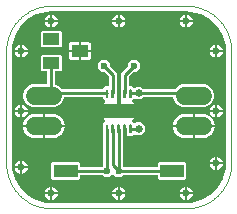
<source format=gtl>
G04 EAGLE Gerber X2 export*
%TF.Part,Single*%
%TF.FileFunction,Other,Top Layer*%
%TF.FilePolarity,Positive*%
%TF.GenerationSoftware,Autodesk,EAGLE,9.0.0*%
%TF.CreationDate,2018-05-03T06:21:48Z*%
G75*
%MOMM*%
%FSLAX35Y35*%
%LPD*%
%AMOC8*
5,1,8,0,0,1.08239X$1,22.5*%
G01*
%ADD10C,0.100000*%
%ADD11C,0.210000*%
%ADD12R,2.000000X1.200000*%
%ADD13C,0.609600*%
%ADD14C,1.524000*%
%ADD15R,2.006600X1.092200*%
%ADD16R,1.400000X1.000000*%
%ADD17C,0.279400*%
%ADD18C,0.600000*%
%ADD19C,0.650000*%
%ADD20C,1.193800*%
%ADD21C,0.304800*%

G36*
X2095645Y617170D02*
X2095645Y617170D01*
X2095827Y617151D01*
X2138947Y619977D01*
X2139334Y620083D01*
X2139914Y620137D01*
X2223217Y642458D01*
X2223628Y642663D01*
X2224423Y642957D01*
X2299110Y686078D01*
X2299454Y686382D01*
X2300145Y686873D01*
X2361127Y747854D01*
X2361380Y748235D01*
X2361922Y748890D01*
X2405043Y823577D01*
X2405188Y824011D01*
X2405542Y824783D01*
X2427863Y908085D01*
X2427888Y908485D01*
X2428023Y909053D01*
X2430849Y952173D01*
X2430829Y952320D01*
X2430859Y952500D01*
X2430859Y1905000D01*
X2430830Y1905145D01*
X2430849Y1905327D01*
X2428023Y1948447D01*
X2427917Y1948834D01*
X2427863Y1949414D01*
X2405542Y2032717D01*
X2405337Y2033128D01*
X2405043Y2033923D01*
X2361922Y2108610D01*
X2361618Y2108954D01*
X2361127Y2109645D01*
X2300145Y2170627D01*
X2300120Y2170644D01*
X2300118Y2170647D01*
X2300094Y2170661D01*
X2299764Y2170880D01*
X2299110Y2171422D01*
X2224423Y2214543D01*
X2223989Y2214688D01*
X2223217Y2215042D01*
X2139914Y2237363D01*
X2139514Y2237388D01*
X2138947Y2237523D01*
X2095827Y2240349D01*
X2095680Y2240329D01*
X2095500Y2240359D01*
X952500Y2240359D01*
X952355Y2240330D01*
X952173Y2240349D01*
X909053Y2237523D01*
X908666Y2237417D01*
X908085Y2237363D01*
X824783Y2215042D01*
X824372Y2214837D01*
X823577Y2214543D01*
X748890Y2171422D01*
X748546Y2171118D01*
X747854Y2170627D01*
X686873Y2109645D01*
X686620Y2109264D01*
X686078Y2108610D01*
X642957Y2033923D01*
X642812Y2033489D01*
X642458Y2032717D01*
X620137Y1949415D01*
X620112Y1949015D01*
X619977Y1948448D01*
X617151Y1905327D01*
X617171Y1905180D01*
X617140Y1905000D01*
X617140Y952500D01*
X617170Y952355D01*
X617151Y952173D01*
X619977Y909053D01*
X620083Y908666D01*
X620137Y908085D01*
X642458Y824783D01*
X642663Y824372D01*
X642957Y823577D01*
X686078Y748890D01*
X686382Y748546D01*
X686873Y747854D01*
X747854Y686873D01*
X748235Y686620D01*
X748890Y686078D01*
X823577Y642957D01*
X823945Y642834D01*
X824275Y642623D01*
X824508Y642583D01*
X824783Y642458D01*
X908085Y620137D01*
X908485Y620112D01*
X909052Y619977D01*
X952173Y617151D01*
X952320Y617171D01*
X952500Y617140D01*
X2095500Y617140D01*
X2095645Y617170D01*
G37*
%LPC*%
G36*
X965805Y814389D02*
X965805Y814389D01*
X954089Y826105D01*
X954089Y951895D01*
X965805Y963610D01*
X1183035Y963610D01*
X1194750Y951895D01*
X1194750Y927970D01*
X1194767Y927890D01*
X1194753Y927810D01*
X1194964Y926916D01*
X1195146Y926020D01*
X1195192Y925953D01*
X1195211Y925873D01*
X1195754Y925133D01*
X1196272Y924378D01*
X1196340Y924335D01*
X1196388Y924269D01*
X1197177Y923799D01*
X1197948Y923306D01*
X1198028Y923293D01*
X1198098Y923251D01*
X1199750Y922970D01*
X1385030Y922970D01*
X1385110Y922987D01*
X1385190Y922973D01*
X1386084Y923184D01*
X1386980Y923366D01*
X1387047Y923412D01*
X1387127Y923431D01*
X1387867Y923974D01*
X1388622Y924492D01*
X1388665Y924560D01*
X1388731Y924608D01*
X1389201Y925397D01*
X1389694Y926168D01*
X1389707Y926248D01*
X1389749Y926318D01*
X1390030Y927970D01*
X1390030Y1202766D01*
X1390003Y1202898D01*
X1390023Y1203032D01*
X1390000Y1203120D01*
X1390000Y1289134D01*
X1408214Y1307348D01*
X1408451Y1307397D01*
X1409024Y1307789D01*
X1409640Y1308108D01*
X1409837Y1308347D01*
X1410093Y1308522D01*
X1410467Y1309107D01*
X1410909Y1309641D01*
X1410998Y1309937D01*
X1411165Y1310198D01*
X1411281Y1310883D01*
X1411480Y1311547D01*
X1411446Y1311854D01*
X1411498Y1312160D01*
X1411338Y1312835D01*
X1411263Y1313525D01*
X1411111Y1313795D01*
X1411040Y1314096D01*
X1410629Y1314657D01*
X1410290Y1315261D01*
X1410022Y1315483D01*
X1409863Y1315701D01*
X1409497Y1315919D01*
X1409000Y1316330D01*
X1408403Y1316675D01*
X1403675Y1321403D01*
X1400330Y1327196D01*
X1398599Y1333656D01*
X1398599Y1387001D01*
X1518999Y1387001D01*
X1519078Y1387017D01*
X1519159Y1387003D01*
X1520052Y1387215D01*
X1520949Y1387397D01*
X1521016Y1387443D01*
X1521095Y1387462D01*
X1521835Y1388004D01*
X1522590Y1388522D01*
X1522634Y1388591D01*
X1522699Y1388639D01*
X1523169Y1389428D01*
X1523662Y1390198D01*
X1523676Y1390278D01*
X1523718Y1390348D01*
X1523998Y1392000D01*
X1523998Y1397002D01*
X1524002Y1397002D01*
X1524002Y1392000D01*
X1524014Y1391940D01*
X1524004Y1391883D01*
X1524008Y1391865D01*
X1524004Y1391840D01*
X1524216Y1390947D01*
X1524398Y1390050D01*
X1524443Y1389983D01*
X1524462Y1389904D01*
X1525005Y1389164D01*
X1525523Y1388409D01*
X1525591Y1388365D01*
X1525639Y1388300D01*
X1526428Y1387830D01*
X1527199Y1387337D01*
X1527279Y1387323D01*
X1527349Y1387282D01*
X1529001Y1387001D01*
X1649400Y1387001D01*
X1649400Y1333656D01*
X1647670Y1327196D01*
X1644325Y1321403D01*
X1639597Y1316675D01*
X1639000Y1316330D01*
X1638480Y1315871D01*
X1637907Y1315478D01*
X1637741Y1315218D01*
X1637508Y1315013D01*
X1637209Y1314387D01*
X1636835Y1313802D01*
X1636783Y1313496D01*
X1636650Y1313218D01*
X1636618Y1312525D01*
X1636502Y1311840D01*
X1636573Y1311538D01*
X1636559Y1311230D01*
X1636800Y1310580D01*
X1636960Y1309904D01*
X1637143Y1309653D01*
X1637251Y1309364D01*
X1637725Y1308861D01*
X1638137Y1308299D01*
X1638404Y1308141D01*
X1638615Y1307916D01*
X1639249Y1307637D01*
X1639847Y1307281D01*
X1639854Y1307280D01*
X1655158Y1291975D01*
X1655226Y1291931D01*
X1655273Y1291864D01*
X1656051Y1291384D01*
X1656817Y1290876D01*
X1656898Y1290861D01*
X1656967Y1290819D01*
X1657872Y1290680D01*
X1658773Y1290512D01*
X1658853Y1290529D01*
X1658933Y1290517D01*
X1659822Y1290742D01*
X1660717Y1290939D01*
X1660783Y1290986D01*
X1660862Y1291006D01*
X1662228Y1291975D01*
X1669753Y1299501D01*
X1713247Y1299501D01*
X1744001Y1268747D01*
X1744001Y1225253D01*
X1713247Y1194500D01*
X1669753Y1194500D01*
X1662228Y1202025D01*
X1662161Y1202070D01*
X1662114Y1202136D01*
X1661336Y1202617D01*
X1660570Y1203124D01*
X1660489Y1203139D01*
X1660420Y1203182D01*
X1659515Y1203321D01*
X1658613Y1203489D01*
X1658534Y1203471D01*
X1658454Y1203484D01*
X1657561Y1203258D01*
X1656670Y1203062D01*
X1656604Y1203015D01*
X1656525Y1202995D01*
X1655158Y1202025D01*
X1640133Y1187000D01*
X1607866Y1187000D01*
X1606353Y1188513D01*
X1606284Y1188558D01*
X1606236Y1188627D01*
X1605457Y1189106D01*
X1604695Y1189611D01*
X1604613Y1189627D01*
X1604542Y1189670D01*
X1603638Y1189808D01*
X1602738Y1189976D01*
X1602657Y1189958D01*
X1602575Y1189971D01*
X1601688Y1189745D01*
X1600795Y1189549D01*
X1600727Y1189501D01*
X1600646Y1189480D01*
X1600113Y1189102D01*
X1591357Y1184046D01*
X1582226Y1181600D01*
X1580999Y1181600D01*
X1580999Y1244998D01*
X1580983Y1245078D01*
X1580997Y1245158D01*
X1580785Y1246052D01*
X1580603Y1246948D01*
X1580558Y1247015D01*
X1580539Y1247094D01*
X1579996Y1247834D01*
X1579478Y1248589D01*
X1579410Y1248633D01*
X1579362Y1248699D01*
X1578573Y1249168D01*
X1577802Y1249662D01*
X1577722Y1249675D01*
X1577652Y1249717D01*
X1576000Y1249998D01*
X1571999Y1249998D01*
X1571920Y1249981D01*
X1571839Y1249995D01*
X1570946Y1249783D01*
X1570049Y1249602D01*
X1569983Y1249556D01*
X1569903Y1249537D01*
X1569163Y1248994D01*
X1568408Y1248476D01*
X1568364Y1248408D01*
X1568299Y1248360D01*
X1567829Y1247571D01*
X1567336Y1246800D01*
X1567323Y1246720D01*
X1567281Y1246650D01*
X1567000Y1244998D01*
X1567000Y1181600D01*
X1565774Y1181600D01*
X1564264Y1182004D01*
X1563532Y1182049D01*
X1562810Y1182172D01*
X1562547Y1182110D01*
X1562278Y1182127D01*
X1561587Y1181883D01*
X1560873Y1181714D01*
X1560656Y1181555D01*
X1560401Y1181465D01*
X1559860Y1180970D01*
X1559269Y1180537D01*
X1559131Y1180305D01*
X1558932Y1180123D01*
X1558627Y1179458D01*
X1558251Y1178827D01*
X1558200Y1178529D01*
X1558102Y1178314D01*
X1558089Y1177873D01*
X1557970Y1177175D01*
X1557970Y927970D01*
X1557987Y927890D01*
X1557973Y927810D01*
X1558184Y926916D01*
X1558366Y926020D01*
X1558412Y925953D01*
X1558431Y925873D01*
X1558974Y925133D01*
X1559492Y924378D01*
X1559560Y924335D01*
X1559608Y924269D01*
X1560397Y923799D01*
X1561168Y923306D01*
X1561248Y923293D01*
X1561318Y923251D01*
X1562970Y922970D01*
X1848250Y922970D01*
X1848330Y922987D01*
X1848410Y922973D01*
X1849303Y923184D01*
X1850200Y923366D01*
X1850267Y923412D01*
X1850346Y923431D01*
X1851086Y923974D01*
X1851841Y924492D01*
X1851885Y924560D01*
X1851951Y924608D01*
X1852420Y925397D01*
X1852913Y926168D01*
X1852927Y926248D01*
X1852969Y926318D01*
X1853249Y927970D01*
X1853249Y951895D01*
X1864965Y963610D01*
X2082195Y963610D01*
X2093910Y951895D01*
X2093910Y826105D01*
X2082195Y814389D01*
X1864965Y814389D01*
X1853249Y826105D01*
X1853249Y850030D01*
X1853233Y850110D01*
X1853247Y850190D01*
X1853035Y851083D01*
X1852853Y851980D01*
X1852808Y852047D01*
X1852789Y852126D01*
X1852246Y852866D01*
X1851728Y853621D01*
X1851660Y853665D01*
X1851612Y853731D01*
X1850823Y854200D01*
X1850052Y854693D01*
X1849972Y854707D01*
X1849902Y854749D01*
X1848250Y855029D01*
X1562812Y855029D01*
X1562693Y855005D01*
X1562572Y855024D01*
X1561720Y854808D01*
X1560862Y854633D01*
X1560761Y854565D01*
X1560643Y854535D01*
X1559277Y853565D01*
X1544711Y838999D01*
X1503289Y838999D01*
X1477535Y864753D01*
X1477468Y864798D01*
X1477420Y864865D01*
X1476642Y865345D01*
X1475876Y865853D01*
X1475796Y865868D01*
X1475727Y865910D01*
X1474822Y866049D01*
X1473920Y866217D01*
X1473841Y866200D01*
X1473760Y866212D01*
X1472868Y865986D01*
X1471977Y865790D01*
X1471911Y865743D01*
X1471832Y865723D01*
X1470465Y864753D01*
X1444711Y838999D01*
X1403289Y838999D01*
X1388723Y853565D01*
X1388623Y853632D01*
X1388550Y853731D01*
X1387794Y854181D01*
X1387065Y854664D01*
X1386945Y854686D01*
X1386840Y854749D01*
X1385188Y855029D01*
X1199750Y855029D01*
X1199670Y855013D01*
X1199590Y855027D01*
X1198696Y854815D01*
X1197800Y854633D01*
X1197733Y854588D01*
X1197653Y854569D01*
X1196913Y854026D01*
X1196158Y853508D01*
X1196115Y853440D01*
X1196049Y853392D01*
X1195579Y852603D01*
X1195086Y851832D01*
X1195073Y851752D01*
X1195031Y851682D01*
X1194750Y850030D01*
X1194750Y826105D01*
X1183035Y814389D01*
X965805Y814389D01*
G37*
%LPD*%
%LPC*%
G36*
X1398599Y1406998D02*
X1398599Y1406998D01*
X1398599Y1460344D01*
X1400330Y1466804D01*
X1403675Y1472597D01*
X1408403Y1477325D01*
X1409000Y1477670D01*
X1409520Y1478129D01*
X1410093Y1478522D01*
X1410259Y1478782D01*
X1410491Y1478987D01*
X1410791Y1479613D01*
X1411165Y1480198D01*
X1411217Y1480503D01*
X1411350Y1480782D01*
X1411382Y1481474D01*
X1411498Y1482160D01*
X1411427Y1482461D01*
X1411441Y1482770D01*
X1411200Y1483420D01*
X1411040Y1484096D01*
X1410857Y1484346D01*
X1410749Y1484636D01*
X1410275Y1485139D01*
X1409863Y1485700D01*
X1409596Y1485859D01*
X1409384Y1486084D01*
X1408751Y1486363D01*
X1408153Y1486718D01*
X1408146Y1486720D01*
X1390000Y1504866D01*
X1390000Y1508030D01*
X1389983Y1508109D01*
X1389997Y1508190D01*
X1389786Y1509083D01*
X1389604Y1509980D01*
X1389558Y1510047D01*
X1389539Y1510126D01*
X1388996Y1510866D01*
X1388478Y1511621D01*
X1388410Y1511665D01*
X1388362Y1511730D01*
X1387573Y1512200D01*
X1386802Y1512693D01*
X1386722Y1512707D01*
X1386652Y1512748D01*
X1385000Y1513029D01*
X1066400Y1513029D01*
X1066320Y1513013D01*
X1066240Y1513027D01*
X1065346Y1512815D01*
X1064450Y1512633D01*
X1064383Y1512587D01*
X1064303Y1512568D01*
X1063563Y1512026D01*
X1062808Y1511508D01*
X1062765Y1511439D01*
X1062699Y1511391D01*
X1062229Y1510602D01*
X1061736Y1509832D01*
X1061723Y1509752D01*
X1061681Y1509682D01*
X1061400Y1508030D01*
X1061400Y1504864D01*
X1046755Y1469507D01*
X1019693Y1442445D01*
X984336Y1427799D01*
X793664Y1427799D01*
X758307Y1442445D01*
X731245Y1469507D01*
X716599Y1504864D01*
X716599Y1543136D01*
X731245Y1578493D01*
X758307Y1605555D01*
X793664Y1620200D01*
X914330Y1620200D01*
X914410Y1620217D01*
X914490Y1620203D01*
X915383Y1620414D01*
X916280Y1620596D01*
X916347Y1620642D01*
X916426Y1620661D01*
X917166Y1621204D01*
X917921Y1621722D01*
X917965Y1621790D01*
X918031Y1621838D01*
X918500Y1622627D01*
X918993Y1623398D01*
X919007Y1623478D01*
X919049Y1623548D01*
X919329Y1625200D01*
X919329Y1728400D01*
X919313Y1728480D01*
X919327Y1728560D01*
X919115Y1729453D01*
X918933Y1730350D01*
X918888Y1730417D01*
X918869Y1730496D01*
X918326Y1731236D01*
X917808Y1731991D01*
X917740Y1732035D01*
X917692Y1732101D01*
X916903Y1732570D01*
X916132Y1733063D01*
X916052Y1733077D01*
X915982Y1733119D01*
X914330Y1733399D01*
X875015Y1733399D01*
X863299Y1745115D01*
X863299Y1861685D01*
X875015Y1873400D01*
X1031585Y1873400D01*
X1043300Y1861685D01*
X1043300Y1745115D01*
X1031585Y1733399D01*
X992270Y1733399D01*
X992190Y1733383D01*
X992110Y1733397D01*
X991216Y1733185D01*
X990320Y1733003D01*
X990253Y1732958D01*
X990173Y1732939D01*
X989433Y1732396D01*
X988678Y1731878D01*
X988635Y1731810D01*
X988569Y1731762D01*
X988099Y1730973D01*
X987606Y1730202D01*
X987593Y1730122D01*
X987551Y1730052D01*
X987270Y1728400D01*
X987270Y1622325D01*
X987291Y1622225D01*
X987274Y1622125D01*
X987488Y1621255D01*
X987666Y1620375D01*
X987724Y1620291D01*
X987748Y1620193D01*
X988284Y1619473D01*
X988792Y1618734D01*
X988877Y1618679D01*
X988938Y1618598D01*
X990357Y1617706D01*
X1019693Y1605555D01*
X1042813Y1582434D01*
X1042914Y1582368D01*
X1042987Y1582269D01*
X1043743Y1581819D01*
X1044472Y1581335D01*
X1044592Y1581313D01*
X1044697Y1581251D01*
X1046348Y1580970D01*
X1385000Y1580970D01*
X1385080Y1580986D01*
X1385160Y1580973D01*
X1386054Y1581184D01*
X1386950Y1581366D01*
X1387017Y1581412D01*
X1387097Y1581431D01*
X1387837Y1581973D01*
X1388592Y1582491D01*
X1388635Y1582560D01*
X1388701Y1582608D01*
X1389171Y1583397D01*
X1389664Y1584168D01*
X1389677Y1584248D01*
X1389719Y1584318D01*
X1390000Y1585969D01*
X1390000Y1589133D01*
X1407866Y1607000D01*
X1435030Y1607000D01*
X1435110Y1607016D01*
X1435190Y1607003D01*
X1436083Y1607214D01*
X1436980Y1607396D01*
X1437047Y1607442D01*
X1437126Y1607461D01*
X1437866Y1608003D01*
X1438621Y1608521D01*
X1438665Y1608590D01*
X1438731Y1608638D01*
X1439200Y1609427D01*
X1439693Y1610198D01*
X1439707Y1610278D01*
X1439749Y1610348D01*
X1440029Y1611999D01*
X1440029Y1684858D01*
X1440005Y1684977D01*
X1440024Y1685098D01*
X1439808Y1685949D01*
X1439633Y1686808D01*
X1439565Y1686908D01*
X1439535Y1687026D01*
X1438565Y1688393D01*
X1400423Y1726535D01*
X1400322Y1726602D01*
X1400249Y1726701D01*
X1399493Y1727151D01*
X1398764Y1727634D01*
X1398644Y1727656D01*
X1398540Y1727719D01*
X1396888Y1727999D01*
X1376289Y1727999D01*
X1346999Y1757289D01*
X1346999Y1798711D01*
X1376289Y1828000D01*
X1417711Y1828000D01*
X1447000Y1798711D01*
X1447000Y1778112D01*
X1447024Y1777993D01*
X1447006Y1777872D01*
X1447222Y1777020D01*
X1447396Y1776162D01*
X1447465Y1776062D01*
X1447495Y1775943D01*
X1448465Y1774577D01*
X1507970Y1715071D01*
X1507970Y1616824D01*
X1508116Y1616106D01*
X1508185Y1615376D01*
X1508313Y1615139D01*
X1508366Y1614874D01*
X1508781Y1614269D01*
X1509128Y1613625D01*
X1509339Y1613456D01*
X1509492Y1613233D01*
X1510110Y1612838D01*
X1510681Y1612380D01*
X1510940Y1612307D01*
X1511168Y1612161D01*
X1511892Y1612038D01*
X1512596Y1611839D01*
X1512896Y1611867D01*
X1513130Y1611828D01*
X1513560Y1611929D01*
X1514264Y1611995D01*
X1515774Y1612400D01*
X1517000Y1612400D01*
X1517000Y1549002D01*
X1517016Y1548922D01*
X1517003Y1548842D01*
X1517214Y1547948D01*
X1517396Y1547052D01*
X1517442Y1546985D01*
X1517445Y1546970D01*
X1517336Y1546799D01*
X1517323Y1546719D01*
X1517281Y1546649D01*
X1517000Y1544998D01*
X1517000Y1481169D01*
X1516983Y1481157D01*
X1516904Y1481138D01*
X1516164Y1480596D01*
X1515409Y1480078D01*
X1515365Y1480009D01*
X1515300Y1479961D01*
X1514830Y1479172D01*
X1514337Y1478402D01*
X1514323Y1478322D01*
X1514282Y1478252D01*
X1514001Y1476600D01*
X1514001Y1406998D01*
X1398599Y1406998D01*
G37*
%LPD*%
%LPC*%
G36*
X1533998Y1406998D02*
X1533998Y1406998D01*
X1533998Y1476600D01*
X1533982Y1476679D01*
X1533996Y1476760D01*
X1533784Y1477653D01*
X1533603Y1478550D01*
X1533557Y1478617D01*
X1533538Y1478696D01*
X1532995Y1479436D01*
X1532477Y1480191D01*
X1532409Y1480235D01*
X1532361Y1480300D01*
X1531572Y1480770D01*
X1530999Y1481136D01*
X1530999Y1544998D01*
X1530983Y1545077D01*
X1530997Y1545158D01*
X1530787Y1546043D01*
X1530603Y1546948D01*
X1530558Y1547014D01*
X1530554Y1547029D01*
X1530663Y1547200D01*
X1530677Y1547280D01*
X1530719Y1547350D01*
X1530999Y1549002D01*
X1530999Y1612400D01*
X1532226Y1612400D01*
X1533736Y1611995D01*
X1534468Y1611950D01*
X1535190Y1611828D01*
X1535453Y1611890D01*
X1535722Y1611873D01*
X1536413Y1612117D01*
X1537126Y1612286D01*
X1537344Y1612445D01*
X1537598Y1612535D01*
X1538140Y1613029D01*
X1538731Y1613463D01*
X1538869Y1613695D01*
X1539068Y1613877D01*
X1539373Y1614541D01*
X1539749Y1615173D01*
X1539799Y1615471D01*
X1539898Y1615685D01*
X1539911Y1616127D01*
X1540029Y1616824D01*
X1540029Y1715071D01*
X1599535Y1774577D01*
X1599602Y1774678D01*
X1599701Y1774750D01*
X1600151Y1775506D01*
X1600634Y1776236D01*
X1600656Y1776355D01*
X1600719Y1776460D01*
X1600999Y1778112D01*
X1600999Y1798711D01*
X1630289Y1828000D01*
X1671711Y1828000D01*
X1701000Y1798711D01*
X1701000Y1757289D01*
X1671711Y1727999D01*
X1651112Y1727999D01*
X1650993Y1727975D01*
X1650872Y1727994D01*
X1650020Y1727778D01*
X1649162Y1727603D01*
X1649062Y1727535D01*
X1648943Y1727505D01*
X1647577Y1726535D01*
X1609435Y1688393D01*
X1609368Y1688292D01*
X1609269Y1688219D01*
X1608819Y1687463D01*
X1608336Y1686734D01*
X1608313Y1686614D01*
X1608251Y1686510D01*
X1607970Y1684858D01*
X1607970Y1611999D01*
X1607985Y1611927D01*
X1607973Y1611856D01*
X1607974Y1611849D01*
X1607973Y1611839D01*
X1608184Y1610946D01*
X1608366Y1610049D01*
X1608412Y1609983D01*
X1608431Y1609903D01*
X1608974Y1609163D01*
X1609492Y1608408D01*
X1609560Y1608364D01*
X1609608Y1608299D01*
X1610397Y1607829D01*
X1611168Y1607336D01*
X1611248Y1607323D01*
X1611318Y1607281D01*
X1612970Y1607000D01*
X1640133Y1607000D01*
X1656658Y1590475D01*
X1656726Y1590430D01*
X1656773Y1590364D01*
X1657553Y1589882D01*
X1658317Y1589376D01*
X1658397Y1589361D01*
X1658466Y1589318D01*
X1659372Y1589179D01*
X1660273Y1589011D01*
X1660352Y1589029D01*
X1660433Y1589016D01*
X1661325Y1589243D01*
X1662217Y1589438D01*
X1662283Y1589485D01*
X1662362Y1589505D01*
X1663728Y1590475D01*
X1672753Y1599500D01*
X1716247Y1599500D01*
X1733312Y1582434D01*
X1733413Y1582368D01*
X1733486Y1582269D01*
X1734242Y1581819D01*
X1734971Y1581335D01*
X1735091Y1581313D01*
X1735195Y1581251D01*
X1736847Y1580970D01*
X2001651Y1580970D01*
X2001770Y1580994D01*
X2001891Y1580976D01*
X2002743Y1581192D01*
X2003601Y1581366D01*
X2003702Y1581435D01*
X2003820Y1581465D01*
X2005186Y1582434D01*
X2028307Y1605555D01*
X2063664Y1620200D01*
X2254336Y1620200D01*
X2289693Y1605555D01*
X2316755Y1578493D01*
X2331400Y1543136D01*
X2331400Y1504864D01*
X2316755Y1469507D01*
X2289693Y1442445D01*
X2254336Y1427799D01*
X2063664Y1427799D01*
X2028307Y1442445D01*
X2001245Y1469507D01*
X1986599Y1504864D01*
X1986599Y1508030D01*
X1986583Y1508109D01*
X1986597Y1508190D01*
X1986385Y1509083D01*
X1986203Y1509980D01*
X1986158Y1510047D01*
X1986139Y1510126D01*
X1985596Y1510866D01*
X1985078Y1511621D01*
X1985010Y1511665D01*
X1984962Y1511730D01*
X1984173Y1512200D01*
X1983402Y1512693D01*
X1983322Y1512707D01*
X1983252Y1512748D01*
X1981600Y1513029D01*
X1736847Y1513029D01*
X1736728Y1513005D01*
X1736608Y1513023D01*
X1735756Y1512808D01*
X1734897Y1512633D01*
X1734797Y1512564D01*
X1734679Y1512534D01*
X1733312Y1511565D01*
X1716247Y1494499D01*
X1672753Y1494499D01*
X1663728Y1503524D01*
X1663661Y1503569D01*
X1663613Y1503635D01*
X1662835Y1504116D01*
X1662069Y1504623D01*
X1661989Y1504638D01*
X1661920Y1504681D01*
X1661015Y1504820D01*
X1660113Y1504988D01*
X1660034Y1504970D01*
X1659953Y1504983D01*
X1659061Y1504757D01*
X1658170Y1504561D01*
X1658104Y1504514D01*
X1658024Y1504494D01*
X1656658Y1503524D01*
X1639786Y1486651D01*
X1639548Y1486603D01*
X1638976Y1486211D01*
X1638360Y1485891D01*
X1638163Y1485653D01*
X1637907Y1485478D01*
X1637533Y1484893D01*
X1637091Y1484359D01*
X1637002Y1484063D01*
X1636835Y1483802D01*
X1636718Y1483117D01*
X1636520Y1482453D01*
X1636553Y1482145D01*
X1636502Y1481840D01*
X1636661Y1481164D01*
X1636737Y1480475D01*
X1636888Y1480205D01*
X1636960Y1479903D01*
X1637371Y1479343D01*
X1637709Y1478738D01*
X1637978Y1478517D01*
X1638137Y1478299D01*
X1638503Y1478081D01*
X1639000Y1477670D01*
X1639597Y1477325D01*
X1644325Y1472597D01*
X1647670Y1466804D01*
X1649400Y1460344D01*
X1649400Y1406998D01*
X1533998Y1406998D01*
G37*
%LPD*%
%LPC*%
G36*
X875015Y1936599D02*
X875015Y1936599D01*
X863299Y1948315D01*
X863299Y2064885D01*
X875015Y2076600D01*
X1031585Y2076600D01*
X1043300Y2064885D01*
X1043300Y1948315D01*
X1031585Y1936599D01*
X875015Y1936599D01*
G37*
%LPD*%
%LPC*%
G36*
X2168999Y1279999D02*
X2168999Y1279999D01*
X2168999Y1371600D01*
X2243196Y1371600D01*
X2258991Y1369099D01*
X2274202Y1364156D01*
X2288450Y1356897D01*
X2301389Y1347496D01*
X2312696Y1336189D01*
X2322097Y1323250D01*
X2329356Y1309002D01*
X2334299Y1293791D01*
X2336483Y1279999D01*
X2168999Y1279999D01*
G37*
%LPD*%
%LPC*%
G36*
X898999Y1279999D02*
X898999Y1279999D01*
X898999Y1371600D01*
X973196Y1371600D01*
X988991Y1369099D01*
X1004202Y1364156D01*
X1018450Y1356897D01*
X1031389Y1347496D01*
X1042696Y1336189D01*
X1052097Y1323250D01*
X1059356Y1309002D01*
X1064299Y1293791D01*
X1066483Y1279999D01*
X898999Y1279999D01*
G37*
%LPD*%
%LPC*%
G36*
X711517Y1279999D02*
X711517Y1279999D01*
X713701Y1293791D01*
X718643Y1309002D01*
X725903Y1323250D01*
X735304Y1336189D01*
X746611Y1347496D01*
X759550Y1356897D01*
X773798Y1364156D01*
X789008Y1369099D01*
X804803Y1371600D01*
X879001Y1371600D01*
X879001Y1279999D01*
X711517Y1279999D01*
G37*
%LPD*%
%LPC*%
G36*
X1981517Y1279999D02*
X1981517Y1279999D01*
X1983701Y1293791D01*
X1988643Y1309002D01*
X1995903Y1323250D01*
X2005304Y1336189D01*
X2016611Y1347496D01*
X2029550Y1356897D01*
X2043798Y1364156D01*
X2059008Y1369099D01*
X2074803Y1371600D01*
X2149001Y1371600D01*
X2149001Y1279999D01*
X1981517Y1279999D01*
G37*
%LPD*%
%LPC*%
G36*
X898999Y1168399D02*
X898999Y1168399D01*
X898999Y1260001D01*
X1066483Y1260001D01*
X1064299Y1246208D01*
X1059356Y1230998D01*
X1052097Y1216750D01*
X1042696Y1203811D01*
X1031389Y1192504D01*
X1018450Y1183103D01*
X1004202Y1175843D01*
X988991Y1170901D01*
X973196Y1168399D01*
X898999Y1168399D01*
G37*
%LPD*%
%LPC*%
G36*
X2168999Y1168399D02*
X2168999Y1168399D01*
X2168999Y1260001D01*
X2336483Y1260001D01*
X2334299Y1246208D01*
X2329356Y1230998D01*
X2322097Y1216750D01*
X2312696Y1203811D01*
X2301389Y1192504D01*
X2288450Y1183103D01*
X2274202Y1175843D01*
X2258991Y1170901D01*
X2243196Y1168399D01*
X2168999Y1168399D01*
G37*
%LPD*%
%LPC*%
G36*
X2074803Y1168399D02*
X2074803Y1168399D01*
X2059008Y1170901D01*
X2043798Y1175843D01*
X2029550Y1183103D01*
X2016611Y1192504D01*
X2005304Y1203811D01*
X1995903Y1216750D01*
X1988643Y1230998D01*
X1983701Y1246208D01*
X1981517Y1260001D01*
X2149001Y1260001D01*
X2149001Y1168399D01*
X2074803Y1168399D01*
G37*
%LPD*%
%LPC*%
G36*
X804803Y1168399D02*
X804803Y1168399D01*
X789008Y1170901D01*
X773798Y1175843D01*
X759550Y1183103D01*
X746611Y1192504D01*
X735304Y1203811D01*
X725903Y1216750D01*
X718643Y1230998D01*
X713701Y1246208D01*
X711517Y1260001D01*
X879001Y1260001D01*
X879001Y1168399D01*
X804803Y1168399D01*
G37*
%LPD*%
%LPC*%
G36*
X1204598Y1914998D02*
X1204598Y1914998D01*
X1204598Y1980400D01*
X1267944Y1980400D01*
X1274404Y1978670D01*
X1280197Y1975325D01*
X1284925Y1970597D01*
X1288270Y1964804D01*
X1290000Y1958344D01*
X1290000Y1914998D01*
X1204598Y1914998D01*
G37*
%LPD*%
%LPC*%
G36*
X1099199Y1914998D02*
X1099199Y1914998D01*
X1099199Y1958344D01*
X1100930Y1964804D01*
X1104275Y1970597D01*
X1109003Y1975325D01*
X1114796Y1978670D01*
X1121256Y1980400D01*
X1184601Y1980400D01*
X1184601Y1914998D01*
X1099199Y1914998D01*
G37*
%LPD*%
%LPC*%
G36*
X1204598Y1829599D02*
X1204598Y1829599D01*
X1204598Y1895001D01*
X1290000Y1895001D01*
X1290000Y1851656D01*
X1288270Y1845196D01*
X1284925Y1839403D01*
X1280197Y1834675D01*
X1274404Y1831330D01*
X1267944Y1829599D01*
X1204598Y1829599D01*
G37*
%LPD*%
%LPC*%
G36*
X1121256Y1829599D02*
X1121256Y1829599D01*
X1114796Y1831330D01*
X1109003Y1834675D01*
X1104275Y1839403D01*
X1100930Y1845196D01*
X1099199Y1851656D01*
X1099199Y1895001D01*
X1184601Y1895001D01*
X1184601Y1829599D01*
X1121256Y1829599D01*
G37*
%LPD*%
%LPC*%
G36*
X959999Y705999D02*
X959999Y705999D01*
X959999Y753494D01*
X968661Y751771D01*
X978742Y747596D01*
X987816Y741532D01*
X995532Y733816D01*
X1001596Y724742D01*
X1005771Y714661D01*
X1007494Y705999D01*
X959999Y705999D01*
G37*
%LPD*%
%LPC*%
G36*
X959999Y2166499D02*
X959999Y2166499D01*
X959999Y2213994D01*
X968661Y2212271D01*
X978742Y2208096D01*
X987816Y2202032D01*
X995532Y2194316D01*
X1001596Y2185242D01*
X1005771Y2175161D01*
X1007494Y2166499D01*
X959999Y2166499D01*
G37*
%LPD*%
%LPC*%
G36*
X705999Y928249D02*
X705999Y928249D01*
X705999Y975744D01*
X714661Y974021D01*
X724742Y969846D01*
X733816Y963782D01*
X741532Y956066D01*
X747596Y946992D01*
X751771Y936911D01*
X753494Y928249D01*
X705999Y928249D01*
G37*
%LPD*%
%LPC*%
G36*
X1531499Y2166499D02*
X1531499Y2166499D01*
X1531499Y2213994D01*
X1540161Y2212271D01*
X1550242Y2208096D01*
X1559316Y2202032D01*
X1567032Y2194316D01*
X1573096Y2185242D01*
X1577271Y2175161D01*
X1578994Y2166499D01*
X1531499Y2166499D01*
G37*
%LPD*%
%LPC*%
G36*
X1531499Y705999D02*
X1531499Y705999D01*
X1531499Y753494D01*
X1540161Y751771D01*
X1550242Y747596D01*
X1559316Y741532D01*
X1567032Y733816D01*
X1573096Y724742D01*
X1577271Y714661D01*
X1578994Y705999D01*
X1531499Y705999D01*
G37*
%LPD*%
%LPC*%
G36*
X2102999Y705999D02*
X2102999Y705999D01*
X2102999Y753494D01*
X2111661Y751771D01*
X2121742Y747596D01*
X2130816Y741532D01*
X2138532Y733816D01*
X2144596Y724742D01*
X2148771Y714661D01*
X2150494Y705999D01*
X2102999Y705999D01*
G37*
%LPD*%
%LPC*%
G36*
X2102999Y2166499D02*
X2102999Y2166499D01*
X2102999Y2213994D01*
X2111661Y2212271D01*
X2121742Y2208096D01*
X2130816Y2202032D01*
X2138532Y2194316D01*
X2144596Y2185242D01*
X2148771Y2175161D01*
X2150494Y2166499D01*
X2102999Y2166499D01*
G37*
%LPD*%
%LPC*%
G36*
X705999Y1912499D02*
X705999Y1912499D01*
X705999Y1959994D01*
X714661Y1958271D01*
X724742Y1954096D01*
X733816Y1948032D01*
X741532Y1940316D01*
X747596Y1931242D01*
X751771Y1921161D01*
X753494Y1912499D01*
X705999Y1912499D01*
G37*
%LPD*%
%LPC*%
G36*
X2356999Y1912499D02*
X2356999Y1912499D01*
X2356999Y1959994D01*
X2365661Y1958271D01*
X2375742Y1954096D01*
X2384816Y1948032D01*
X2392532Y1940316D01*
X2398596Y1931242D01*
X2402771Y1921161D01*
X2404494Y1912499D01*
X2356999Y1912499D01*
G37*
%LPD*%
%LPC*%
G36*
X705999Y1404499D02*
X705999Y1404499D01*
X705999Y1451994D01*
X714661Y1450271D01*
X724742Y1446096D01*
X733816Y1440032D01*
X741532Y1432316D01*
X747596Y1423242D01*
X751771Y1413161D01*
X753494Y1404499D01*
X705999Y1404499D01*
G37*
%LPD*%
%LPC*%
G36*
X2356999Y1404499D02*
X2356999Y1404499D01*
X2356999Y1451994D01*
X2365661Y1450271D01*
X2375742Y1446096D01*
X2384816Y1440032D01*
X2392532Y1432316D01*
X2398596Y1423242D01*
X2402771Y1413161D01*
X2404494Y1404499D01*
X2356999Y1404499D01*
G37*
%LPD*%
%LPC*%
G36*
X2356999Y959999D02*
X2356999Y959999D01*
X2356999Y1007494D01*
X2365661Y1005771D01*
X2375742Y1001596D01*
X2384816Y995532D01*
X2392532Y987816D01*
X2398596Y978742D01*
X2402771Y968661D01*
X2404494Y959999D01*
X2356999Y959999D01*
G37*
%LPD*%
%LPC*%
G36*
X897506Y2166499D02*
X897506Y2166499D01*
X899229Y2175161D01*
X903404Y2185242D01*
X909468Y2194316D01*
X917183Y2202032D01*
X926258Y2208096D01*
X936339Y2212271D01*
X945000Y2213994D01*
X945000Y2166499D01*
X897506Y2166499D01*
G37*
%LPD*%
%LPC*%
G36*
X1469006Y2166499D02*
X1469006Y2166499D01*
X1470729Y2175161D01*
X1474904Y2185242D01*
X1480968Y2194316D01*
X1488683Y2202032D01*
X1497758Y2208096D01*
X1507839Y2212271D01*
X1516500Y2213994D01*
X1516500Y2166499D01*
X1469006Y2166499D01*
G37*
%LPD*%
%LPC*%
G36*
X2040506Y2166499D02*
X2040506Y2166499D01*
X2042229Y2175161D01*
X2046404Y2185242D01*
X2052468Y2194316D01*
X2060183Y2202032D01*
X2069258Y2208096D01*
X2079339Y2212271D01*
X2088000Y2213994D01*
X2088000Y2166499D01*
X2040506Y2166499D01*
G37*
%LPD*%
%LPC*%
G36*
X1531499Y2151500D02*
X1531499Y2151500D01*
X1578994Y2151500D01*
X1577271Y2142839D01*
X1573096Y2132758D01*
X1567032Y2123683D01*
X1559316Y2115968D01*
X1550242Y2109904D01*
X1540161Y2105729D01*
X1531499Y2104006D01*
X1531499Y2151500D01*
G37*
%LPD*%
%LPC*%
G36*
X2356999Y1897500D02*
X2356999Y1897500D01*
X2404494Y1897500D01*
X2402771Y1888839D01*
X2398596Y1878758D01*
X2392532Y1869683D01*
X2384816Y1861968D01*
X2375742Y1855904D01*
X2365661Y1851729D01*
X2356999Y1850006D01*
X2356999Y1897500D01*
G37*
%LPD*%
%LPC*%
G36*
X959999Y2151500D02*
X959999Y2151500D01*
X1007494Y2151500D01*
X1005771Y2142839D01*
X1001596Y2132758D01*
X995532Y2123683D01*
X987816Y2115968D01*
X978742Y2109904D01*
X968661Y2105729D01*
X959999Y2104006D01*
X959999Y2151500D01*
G37*
%LPD*%
%LPC*%
G36*
X2102999Y2151500D02*
X2102999Y2151500D01*
X2150494Y2151500D01*
X2148771Y2142839D01*
X2144596Y2132758D01*
X2138532Y2123683D01*
X2130816Y2115968D01*
X2121742Y2109904D01*
X2111661Y2105729D01*
X2102999Y2104006D01*
X2102999Y2151500D01*
G37*
%LPD*%
%LPC*%
G36*
X897506Y705999D02*
X897506Y705999D01*
X899229Y714661D01*
X903404Y724742D01*
X909468Y733816D01*
X917183Y741532D01*
X926258Y747596D01*
X936339Y751771D01*
X945000Y753494D01*
X945000Y705999D01*
X897506Y705999D01*
G37*
%LPD*%
%LPC*%
G36*
X2356999Y1389500D02*
X2356999Y1389500D01*
X2404494Y1389500D01*
X2402771Y1380839D01*
X2398596Y1370758D01*
X2392532Y1361683D01*
X2384816Y1353968D01*
X2375742Y1347904D01*
X2365661Y1343729D01*
X2356999Y1342006D01*
X2356999Y1389500D01*
G37*
%LPD*%
%LPC*%
G36*
X705999Y1389500D02*
X705999Y1389500D01*
X753494Y1389500D01*
X751771Y1380839D01*
X747596Y1370758D01*
X741532Y1361683D01*
X733816Y1353968D01*
X724742Y1347904D01*
X714661Y1343729D01*
X705999Y1342006D01*
X705999Y1389500D01*
G37*
%LPD*%
%LPC*%
G36*
X705999Y1897500D02*
X705999Y1897500D01*
X753494Y1897500D01*
X751771Y1888839D01*
X747596Y1878758D01*
X741532Y1869683D01*
X733816Y1861968D01*
X724742Y1855904D01*
X714661Y1851729D01*
X705999Y1850006D01*
X705999Y1897500D01*
G37*
%LPD*%
%LPC*%
G36*
X643506Y928249D02*
X643506Y928249D01*
X645229Y936911D01*
X649404Y946992D01*
X655468Y956066D01*
X663183Y963782D01*
X672258Y969846D01*
X682339Y974021D01*
X691000Y975744D01*
X691000Y928249D01*
X643506Y928249D01*
G37*
%LPD*%
%LPC*%
G36*
X2356999Y945000D02*
X2356999Y945000D01*
X2404494Y945000D01*
X2402771Y936339D01*
X2398596Y926258D01*
X2392532Y917183D01*
X2384816Y909468D01*
X2375742Y903404D01*
X2365661Y899229D01*
X2356999Y897506D01*
X2356999Y945000D01*
G37*
%LPD*%
%LPC*%
G36*
X705999Y913250D02*
X705999Y913250D01*
X753494Y913250D01*
X751771Y904589D01*
X747596Y894508D01*
X741532Y885433D01*
X733816Y877718D01*
X724742Y871654D01*
X714661Y867479D01*
X705999Y865756D01*
X705999Y913250D01*
G37*
%LPD*%
%LPC*%
G36*
X643506Y1404499D02*
X643506Y1404499D01*
X645229Y1413161D01*
X649404Y1423242D01*
X655468Y1432316D01*
X663183Y1440032D01*
X672258Y1446096D01*
X682339Y1450271D01*
X691000Y1451994D01*
X691000Y1404499D01*
X643506Y1404499D01*
G37*
%LPD*%
%LPC*%
G36*
X2294506Y959999D02*
X2294506Y959999D01*
X2296229Y968661D01*
X2300404Y978742D01*
X2306468Y987816D01*
X2314183Y995532D01*
X2323258Y1001596D01*
X2333339Y1005771D01*
X2342000Y1007494D01*
X2342000Y959999D01*
X2294506Y959999D01*
G37*
%LPD*%
%LPC*%
G36*
X2294506Y1404499D02*
X2294506Y1404499D01*
X2296229Y1413161D01*
X2300404Y1423242D01*
X2306468Y1432316D01*
X2314183Y1440032D01*
X2323258Y1446096D01*
X2333339Y1450271D01*
X2342000Y1451994D01*
X2342000Y1404499D01*
X2294506Y1404499D01*
G37*
%LPD*%
%LPC*%
G36*
X1469006Y705999D02*
X1469006Y705999D01*
X1470729Y714661D01*
X1474904Y724742D01*
X1480968Y733816D01*
X1488683Y741532D01*
X1497758Y747596D01*
X1507839Y751771D01*
X1516500Y753494D01*
X1516500Y705999D01*
X1469006Y705999D01*
G37*
%LPD*%
%LPC*%
G36*
X2040506Y705999D02*
X2040506Y705999D01*
X2042229Y714661D01*
X2046404Y724742D01*
X2052468Y733816D01*
X2060183Y741532D01*
X2069258Y747596D01*
X2079339Y751771D01*
X2088000Y753494D01*
X2088000Y705999D01*
X2040506Y705999D01*
G37*
%LPD*%
%LPC*%
G36*
X2102999Y691000D02*
X2102999Y691000D01*
X2150494Y691000D01*
X2148771Y682339D01*
X2144596Y672258D01*
X2138532Y663183D01*
X2130816Y655468D01*
X2121742Y649404D01*
X2111661Y645229D01*
X2102999Y643506D01*
X2102999Y691000D01*
G37*
%LPD*%
%LPC*%
G36*
X1531499Y691000D02*
X1531499Y691000D01*
X1578994Y691000D01*
X1577271Y682339D01*
X1573096Y672258D01*
X1567032Y663183D01*
X1559316Y655468D01*
X1550242Y649404D01*
X1540161Y645229D01*
X1531499Y643506D01*
X1531499Y691000D01*
G37*
%LPD*%
%LPC*%
G36*
X959999Y691000D02*
X959999Y691000D01*
X1007494Y691000D01*
X1005771Y682339D01*
X1001596Y672258D01*
X995532Y663183D01*
X987816Y655468D01*
X978742Y649404D01*
X968661Y645229D01*
X959999Y643506D01*
X959999Y691000D01*
G37*
%LPD*%
%LPC*%
G36*
X2294506Y1912499D02*
X2294506Y1912499D01*
X2296229Y1921161D01*
X2300404Y1931242D01*
X2306468Y1940316D01*
X2314183Y1948032D01*
X2323258Y1954096D01*
X2331161Y1957369D01*
X2331162Y1957369D01*
X2333339Y1958271D01*
X2342000Y1959994D01*
X2342000Y1912499D01*
X2294506Y1912499D01*
G37*
%LPD*%
%LPC*%
G36*
X643506Y1912499D02*
X643506Y1912499D01*
X645229Y1921161D01*
X649404Y1931242D01*
X655468Y1940316D01*
X663183Y1948032D01*
X672258Y1954096D01*
X680161Y1957369D01*
X680162Y1957369D01*
X682339Y1958271D01*
X691000Y1959994D01*
X691000Y1912499D01*
X643506Y1912499D01*
G37*
%LPD*%
%LPC*%
G36*
X2333339Y899229D02*
X2333339Y899229D01*
X2323258Y903404D01*
X2314183Y909468D01*
X2306468Y917183D01*
X2300404Y926258D01*
X2296229Y936339D01*
X2294506Y945000D01*
X2342000Y945000D01*
X2342000Y897506D01*
X2333339Y899229D01*
G37*
%LPD*%
%LPC*%
G36*
X2333339Y1343729D02*
X2333339Y1343729D01*
X2323258Y1347904D01*
X2314183Y1353968D01*
X2306468Y1361683D01*
X2300404Y1370758D01*
X2296229Y1380839D01*
X2294506Y1389500D01*
X2342000Y1389500D01*
X2342000Y1342006D01*
X2333339Y1343729D01*
G37*
%LPD*%
%LPC*%
G36*
X682339Y867479D02*
X682339Y867479D01*
X672258Y871654D01*
X663183Y877718D01*
X655468Y885433D01*
X649404Y894508D01*
X645229Y904589D01*
X643506Y913250D01*
X691000Y913250D01*
X691000Y865756D01*
X682339Y867479D01*
G37*
%LPD*%
%LPC*%
G36*
X682339Y1851729D02*
X682339Y1851729D01*
X672258Y1855904D01*
X663183Y1861968D01*
X655468Y1869683D01*
X649404Y1878758D01*
X645229Y1888839D01*
X643506Y1897500D01*
X691000Y1897500D01*
X691000Y1850006D01*
X682339Y1851729D01*
G37*
%LPD*%
%LPC*%
G36*
X2333339Y1851729D02*
X2333339Y1851729D01*
X2323258Y1855904D01*
X2314183Y1861968D01*
X2306468Y1869683D01*
X2300404Y1878758D01*
X2296229Y1888839D01*
X2294506Y1897500D01*
X2342000Y1897500D01*
X2342000Y1850006D01*
X2333339Y1851729D01*
G37*
%LPD*%
%LPC*%
G36*
X682339Y1343729D02*
X682339Y1343729D01*
X672258Y1347904D01*
X663183Y1353968D01*
X655468Y1361683D01*
X649404Y1370758D01*
X645229Y1380839D01*
X643506Y1389500D01*
X691000Y1389500D01*
X691000Y1342006D01*
X682339Y1343729D01*
G37*
%LPD*%
%LPC*%
G36*
X1507839Y2105729D02*
X1507839Y2105729D01*
X1497758Y2109904D01*
X1488683Y2115968D01*
X1480968Y2123683D01*
X1474904Y2132758D01*
X1470729Y2142839D01*
X1469006Y2151500D01*
X1516500Y2151500D01*
X1516500Y2104006D01*
X1507839Y2105729D01*
G37*
%LPD*%
%LPC*%
G36*
X936339Y2105729D02*
X936339Y2105729D01*
X926258Y2109904D01*
X917183Y2115968D01*
X909468Y2123683D01*
X903404Y2132758D01*
X899229Y2142839D01*
X897506Y2151500D01*
X945000Y2151500D01*
X945000Y2104006D01*
X936339Y2105729D01*
G37*
%LPD*%
%LPC*%
G36*
X936339Y645229D02*
X936339Y645229D01*
X926258Y649404D01*
X917183Y655468D01*
X909468Y663183D01*
X903404Y672258D01*
X899229Y682339D01*
X897506Y691000D01*
X945000Y691000D01*
X945000Y643506D01*
X936339Y645229D01*
G37*
%LPD*%
%LPC*%
G36*
X2079339Y2105729D02*
X2079339Y2105729D01*
X2069258Y2109904D01*
X2060183Y2115968D01*
X2052468Y2123683D01*
X2046404Y2132758D01*
X2042229Y2142839D01*
X2040506Y2151500D01*
X2088000Y2151500D01*
X2088000Y2104006D01*
X2079339Y2105729D01*
G37*
%LPD*%
%LPC*%
G36*
X2079339Y645229D02*
X2079339Y645229D01*
X2069258Y649404D01*
X2060183Y655468D01*
X2052468Y663183D01*
X2046404Y672258D01*
X2042229Y682339D01*
X2040506Y691000D01*
X2088000Y691000D01*
X2088000Y643506D01*
X2079339Y645229D01*
G37*
%LPD*%
%LPC*%
G36*
X1507839Y645229D02*
X1507839Y645229D01*
X1497758Y649404D01*
X1488683Y655468D01*
X1480968Y663183D01*
X1474904Y672258D01*
X1470729Y682339D01*
X1469006Y691000D01*
X1516500Y691000D01*
X1516500Y643506D01*
X1507839Y645229D01*
G37*
%LPD*%
%LPC*%
G36*
X888998Y1269998D02*
X888998Y1269998D01*
X888998Y1270002D01*
X889002Y1270002D01*
X889002Y1269998D01*
X888998Y1269998D01*
G37*
%LPD*%
%LPC*%
G36*
X2158998Y1269998D02*
X2158998Y1269998D01*
X2158998Y1270002D01*
X2159002Y1270002D01*
X2159002Y1269998D01*
X2158998Y1269998D01*
G37*
%LPD*%
%LPC*%
G36*
X1194598Y1904998D02*
X1194598Y1904998D01*
X1194598Y1905002D01*
X1194602Y1905002D01*
X1194602Y1904998D01*
X1194598Y1904998D01*
G37*
%LPD*%
D10*
X952500Y2286000D02*
X2095500Y2286000D01*
X2476500Y1905000D02*
X2476500Y952500D01*
X2095500Y571500D02*
X952500Y571500D01*
X571500Y952500D02*
X571500Y1905000D01*
X571611Y1914206D01*
X571945Y1923407D01*
X572501Y1932598D01*
X573279Y1941772D01*
X574278Y1950924D01*
X575498Y1960050D01*
X576938Y1969144D01*
X578598Y1978200D01*
X580476Y1987214D01*
X582571Y1996179D01*
X584882Y2005092D01*
X587408Y2013945D01*
X590147Y2022735D01*
X593098Y2031457D01*
X596259Y2040104D01*
X599627Y2048673D01*
X603202Y2057158D01*
X606981Y2065554D01*
X610961Y2073856D01*
X615141Y2082060D01*
X619518Y2090160D01*
X624090Y2098152D01*
X628853Y2106031D01*
X633805Y2113793D01*
X638943Y2121433D01*
X644265Y2128946D01*
X649766Y2136329D01*
X655444Y2143577D01*
X661296Y2150685D01*
X667317Y2157650D01*
X673506Y2164467D01*
X679857Y2171133D01*
X686367Y2177643D01*
X693033Y2183994D01*
X699850Y2190183D01*
X706815Y2196204D01*
X713923Y2202056D01*
X721171Y2207734D01*
X728554Y2213235D01*
X736067Y2218557D01*
X743707Y2223695D01*
X751469Y2228647D01*
X759348Y2233410D01*
X767340Y2237982D01*
X775440Y2242359D01*
X783644Y2246539D01*
X791946Y2250519D01*
X800342Y2254298D01*
X808827Y2257873D01*
X817396Y2261241D01*
X826043Y2264402D01*
X834765Y2267353D01*
X843555Y2270092D01*
X852408Y2272618D01*
X861321Y2274929D01*
X870286Y2277024D01*
X879300Y2278902D01*
X888356Y2280562D01*
X897450Y2282002D01*
X906576Y2283222D01*
X915728Y2284221D01*
X924902Y2284999D01*
X934093Y2285555D01*
X943294Y2285889D01*
X952500Y2286000D01*
X2095500Y2286000D02*
X2104706Y2285889D01*
X2113907Y2285555D01*
X2123098Y2284999D01*
X2132272Y2284221D01*
X2141424Y2283222D01*
X2150550Y2282002D01*
X2159644Y2280562D01*
X2168700Y2278902D01*
X2177714Y2277024D01*
X2186679Y2274929D01*
X2195592Y2272618D01*
X2204445Y2270092D01*
X2213235Y2267353D01*
X2221957Y2264402D01*
X2230604Y2261241D01*
X2239173Y2257873D01*
X2247658Y2254298D01*
X2256054Y2250519D01*
X2264356Y2246539D01*
X2272560Y2242359D01*
X2280660Y2237982D01*
X2288652Y2233410D01*
X2296531Y2228647D01*
X2304293Y2223695D01*
X2311933Y2218557D01*
X2319446Y2213235D01*
X2326829Y2207734D01*
X2334077Y2202056D01*
X2341185Y2196204D01*
X2348150Y2190183D01*
X2354967Y2183994D01*
X2361633Y2177643D01*
X2368143Y2171133D01*
X2374494Y2164467D01*
X2380683Y2157650D01*
X2386704Y2150685D01*
X2392556Y2143577D01*
X2398234Y2136329D01*
X2403735Y2128946D01*
X2409057Y2121433D01*
X2414195Y2113793D01*
X2419147Y2106031D01*
X2423910Y2098152D01*
X2428482Y2090160D01*
X2432859Y2082060D01*
X2437039Y2073856D01*
X2441019Y2065554D01*
X2444798Y2057158D01*
X2448373Y2048673D01*
X2451741Y2040104D01*
X2454902Y2031457D01*
X2457853Y2022735D01*
X2460592Y2013945D01*
X2463118Y2005092D01*
X2465429Y1996179D01*
X2467524Y1987214D01*
X2469402Y1978200D01*
X2471062Y1969144D01*
X2472502Y1960050D01*
X2473722Y1950924D01*
X2474721Y1941772D01*
X2475499Y1932598D01*
X2476055Y1923407D01*
X2476389Y1914206D01*
X2476500Y1905000D01*
X2476500Y952500D02*
X2476389Y943294D01*
X2476055Y934093D01*
X2475499Y924902D01*
X2474721Y915728D01*
X2473722Y906576D01*
X2472502Y897450D01*
X2471062Y888356D01*
X2469402Y879300D01*
X2467524Y870286D01*
X2465429Y861321D01*
X2463118Y852408D01*
X2460592Y843555D01*
X2457853Y834765D01*
X2454902Y826043D01*
X2451741Y817396D01*
X2448373Y808827D01*
X2444798Y800342D01*
X2441019Y791946D01*
X2437039Y783644D01*
X2432859Y775440D01*
X2428482Y767340D01*
X2423910Y759348D01*
X2419147Y751469D01*
X2414195Y743707D01*
X2409057Y736067D01*
X2403735Y728554D01*
X2398234Y721171D01*
X2392556Y713923D01*
X2386704Y706815D01*
X2380683Y699850D01*
X2374494Y693033D01*
X2368143Y686367D01*
X2361633Y679857D01*
X2354967Y673506D01*
X2348150Y667317D01*
X2341185Y661296D01*
X2334077Y655444D01*
X2326829Y649766D01*
X2319446Y644265D01*
X2311933Y638943D01*
X2304293Y633805D01*
X2296531Y628853D01*
X2288652Y624090D01*
X2280660Y619518D01*
X2272560Y615141D01*
X2264356Y610961D01*
X2256054Y606981D01*
X2247658Y603202D01*
X2239173Y599627D01*
X2230604Y596259D01*
X2221957Y593098D01*
X2213235Y590147D01*
X2204445Y587408D01*
X2195592Y584882D01*
X2186679Y582571D01*
X2177714Y580476D01*
X2168700Y578598D01*
X2159644Y576938D01*
X2150550Y575498D01*
X2141424Y574278D01*
X2132272Y573279D01*
X2123098Y572501D01*
X2113907Y571945D01*
X2104706Y571611D01*
X2095500Y571500D01*
X952500Y571500D02*
X943294Y571611D01*
X934093Y571945D01*
X924902Y572501D01*
X915728Y573279D01*
X906576Y574278D01*
X897450Y575498D01*
X888356Y576938D01*
X879300Y578598D01*
X870286Y580476D01*
X861321Y582571D01*
X852408Y584882D01*
X843555Y587408D01*
X834765Y590147D01*
X826043Y593098D01*
X817396Y596259D01*
X808827Y599627D01*
X800342Y603202D01*
X791946Y606981D01*
X783644Y610961D01*
X775440Y615141D01*
X767340Y619518D01*
X759348Y624090D01*
X751469Y628853D01*
X743707Y633805D01*
X736067Y638943D01*
X728554Y644265D01*
X721171Y649766D01*
X713923Y655444D01*
X706815Y661296D01*
X699850Y667317D01*
X693033Y673506D01*
X686367Y679857D01*
X679857Y686367D01*
X673506Y693033D01*
X667317Y699850D01*
X661296Y706815D01*
X655444Y713923D01*
X649766Y721171D01*
X644265Y728554D01*
X638943Y736067D01*
X633805Y743707D01*
X628853Y751469D01*
X624090Y759348D01*
X619518Y767340D01*
X615141Y775440D01*
X610961Y783644D01*
X606981Y791946D01*
X603202Y800342D01*
X599627Y808827D01*
X596259Y817396D01*
X593098Y826043D01*
X590147Y834765D01*
X587408Y843555D01*
X584882Y852408D01*
X582571Y861321D01*
X580476Y870286D01*
X578598Y879300D01*
X576938Y888356D01*
X575498Y897450D01*
X574278Y906576D01*
X573279Y915728D01*
X572501Y924902D01*
X571945Y934093D01*
X571611Y943294D01*
X571500Y952500D01*
D11*
X1620500Y1576500D02*
X1627500Y1576500D01*
X1627500Y1517500D01*
X1620500Y1517500D01*
X1620500Y1576500D01*
X1620500Y1538499D02*
X1627500Y1538499D01*
X1627500Y1559498D02*
X1620500Y1559498D01*
X1577500Y1576500D02*
X1570500Y1576500D01*
X1577500Y1576500D02*
X1577500Y1517500D01*
X1570500Y1517500D01*
X1570500Y1576500D01*
X1570500Y1538499D02*
X1577500Y1538499D01*
X1577500Y1559498D02*
X1570500Y1559498D01*
X1527500Y1576500D02*
X1520500Y1576500D01*
X1527500Y1576500D02*
X1527500Y1517500D01*
X1520500Y1517500D01*
X1520500Y1576500D01*
X1520500Y1538499D02*
X1527500Y1538499D01*
X1527500Y1559498D02*
X1520500Y1559498D01*
X1477500Y1576500D02*
X1470500Y1576500D01*
X1477500Y1576500D02*
X1477500Y1517500D01*
X1470500Y1517500D01*
X1470500Y1576500D01*
X1470500Y1538499D02*
X1477500Y1538499D01*
X1477500Y1559498D02*
X1470500Y1559498D01*
X1427500Y1576500D02*
X1420500Y1576500D01*
X1427500Y1576500D02*
X1427500Y1517500D01*
X1420500Y1517500D01*
X1420500Y1576500D01*
X1420500Y1538499D02*
X1427500Y1538499D01*
X1427500Y1559498D02*
X1420500Y1559498D01*
X1420500Y1276500D02*
X1427500Y1276500D01*
X1427500Y1217500D01*
X1420500Y1217500D01*
X1420500Y1276500D01*
X1420500Y1238499D02*
X1427500Y1238499D01*
X1427500Y1259498D02*
X1420500Y1259498D01*
X1470500Y1276500D02*
X1477500Y1276500D01*
X1477500Y1217500D01*
X1470500Y1217500D01*
X1470500Y1276500D01*
X1470500Y1238499D02*
X1477500Y1238499D01*
X1477500Y1259498D02*
X1470500Y1259498D01*
X1520500Y1276500D02*
X1527500Y1276500D01*
X1527500Y1217500D01*
X1520500Y1217500D01*
X1520500Y1276500D01*
X1520500Y1238499D02*
X1527500Y1238499D01*
X1527500Y1259498D02*
X1520500Y1259498D01*
X1570500Y1276500D02*
X1577500Y1276500D01*
X1577500Y1217500D01*
X1570500Y1217500D01*
X1570500Y1276500D01*
X1570500Y1238499D02*
X1577500Y1238499D01*
X1577500Y1259498D02*
X1570500Y1259498D01*
X1620500Y1276500D02*
X1627500Y1276500D01*
X1627500Y1217500D01*
X1620500Y1217500D01*
X1620500Y1276500D01*
X1620500Y1238499D02*
X1627500Y1238499D01*
X1627500Y1259498D02*
X1620500Y1259498D01*
D12*
X1524000Y1397000D03*
D13*
X1574000Y1397000D03*
X1474000Y1397000D03*
D14*
X2082800Y1270000D02*
X2235200Y1270000D01*
X2235200Y1524000D02*
X2082800Y1524000D01*
D15*
X1074420Y889000D03*
X1973580Y889000D03*
D14*
X965200Y1524000D02*
X812800Y1524000D01*
X812800Y1270000D02*
X965200Y1270000D01*
D16*
X953300Y2006600D03*
X953300Y1803400D03*
X1194600Y1905000D03*
D17*
X1474000Y1701000D02*
X1474000Y1547000D01*
X1474000Y1701000D02*
X1397000Y1778000D01*
D18*
X1397000Y1778000D03*
D17*
X1574000Y1701000D02*
X1574000Y1547000D01*
X1574000Y1701000D02*
X1651000Y1778000D01*
D18*
X1651000Y1778000D03*
D17*
X1524000Y889000D02*
X1973580Y889000D01*
X1524000Y889000D02*
X1524000Y1247000D01*
D18*
X1524000Y889000D03*
D17*
X1424000Y1547000D02*
X952500Y1547000D01*
X912000Y1547000D01*
X889000Y1524000D01*
X953300Y1547800D02*
X953300Y1803400D01*
X953300Y1547800D02*
X952500Y1547000D01*
X1474000Y939000D02*
X1524000Y889000D01*
X1474000Y939000D02*
X1474000Y1247000D01*
X1694500Y1547000D02*
X2136000Y1547000D01*
X2159000Y1524000D01*
X1694500Y1547000D02*
X1624000Y1547000D01*
X1624000Y1247000D02*
X1691500Y1247000D01*
D19*
X1691500Y1247000D03*
X1694500Y1547000D03*
D18*
X952500Y2159000D03*
X2095500Y2159000D03*
X2349500Y1905000D03*
X2349500Y952500D03*
X2095500Y698500D03*
X952500Y698500D03*
X698500Y920750D03*
X698500Y1905000D03*
X1524000Y2159000D03*
X1524000Y698500D03*
X698500Y1397000D03*
X2349500Y1397000D03*
D20*
X1524000Y1397000D02*
X1333500Y1397000D01*
X1524000Y1397000D02*
X1714500Y1397000D01*
D21*
X1524000Y1547000D02*
X1524000Y1651000D01*
X1524000Y1547000D02*
X1524000Y1460500D01*
X1574000Y1247000D02*
X1574000Y1156500D01*
X1587500Y1143000D01*
D17*
X1424000Y1247000D02*
X1424000Y889000D01*
D18*
X1424000Y889000D03*
D17*
X1074420Y889000D01*
M02*

</source>
